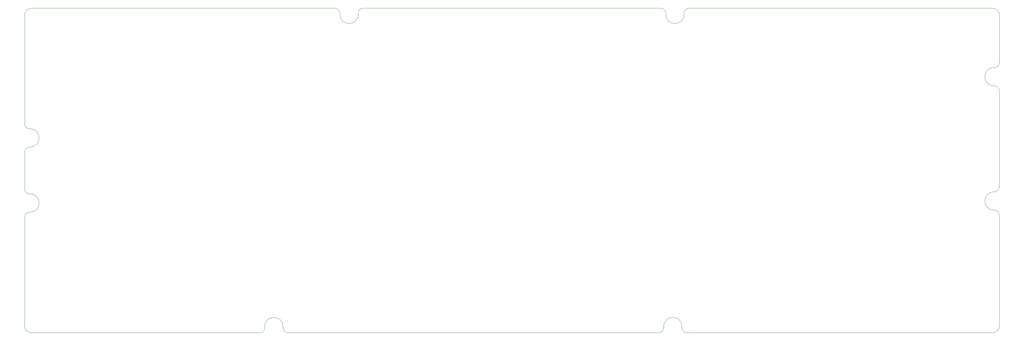
<source format=gbr>
%TF.GenerationSoftware,KiCad,Pcbnew,6.0.0-rc1-unknown-caf406943e~144~ubuntu21.04.1*%
%TF.CreationDate,2021-12-13T18:45:12+01:00*%
%TF.ProjectId,pcb-solder,7063622d-736f-46c6-9465-722e6b696361,1.0*%
%TF.SameCoordinates,Original*%
%TF.FileFunction,Profile,NP*%
%FSLAX46Y46*%
G04 Gerber Fmt 4.6, Leading zero omitted, Abs format (unit mm)*
G04 Created by KiCad (PCBNEW 6.0.0-rc1-unknown-caf406943e~144~ubuntu21.04.1) date 2021-12-13 18:45:12*
%MOMM*%
%LPD*%
G01*
G04 APERTURE LIST*
%TA.AperFunction,Profile*%
%ADD10C,0.100000*%
%TD*%
G04 APERTURE END LIST*
D10*
X356903000Y-108769751D02*
G75*
G03*
X358403004Y-107269753I3J1500001D01*
G01*
X143631000Y-184888750D02*
X143631000Y-184538750D01*
X150431001Y-186388750D02*
X258772000Y-186388750D01*
X74903000Y-132013750D02*
X75003000Y-132013750D01*
X260877999Y-93238750D02*
G75*
G03*
X266178001Y-93238750I2650001J0D01*
G01*
X265572000Y-184888750D02*
G75*
G03*
X267071998Y-186388752I1500000J-2D01*
G01*
X73403000Y-184388750D02*
G75*
G03*
X75402999Y-186388751I2000000J-1D01*
G01*
X260272000Y-184888750D02*
X260272000Y-184538750D01*
X358403000Y-115569750D02*
G75*
G03*
X356903002Y-114069748I-1500000J2D01*
G01*
X358403000Y-107269750D02*
X358403000Y-93388750D01*
X358403000Y-184388750D02*
X358403000Y-151957750D01*
X356903000Y-150457750D02*
X356803000Y-150457750D01*
X265572000Y-184888750D02*
X265572000Y-184538750D01*
X356803000Y-108769750D02*
G75*
G03*
X356803000Y-114069750I0J-2650000D01*
G01*
X148931001Y-184538750D02*
G75*
G03*
X143630999Y-184538750I-2650001J0D01*
G01*
X259378000Y-91388750D02*
X172428000Y-91388750D01*
X73403000Y-133513750D02*
X73403000Y-144263750D01*
X165628000Y-92888750D02*
X165628000Y-93238750D01*
X164128000Y-91388750D02*
X75403000Y-91388750D01*
X74903000Y-151063749D02*
G75*
G03*
X73402996Y-152563747I-3J-1500001D01*
G01*
X148931001Y-184888750D02*
G75*
G03*
X150430999Y-186388752I1500000J-2D01*
G01*
X260878000Y-92888750D02*
X260878000Y-93238750D01*
X73403000Y-125213750D02*
G75*
G03*
X74902998Y-126713752I1500000J-2D01*
G01*
X165628000Y-93238750D02*
G75*
G03*
X170928000Y-93238750I2650000J0D01*
G01*
X75403000Y-186388750D02*
X142131000Y-186388750D01*
X258772000Y-186388750D02*
G75*
G03*
X260272002Y-184888752I2J1500000D01*
G01*
X148931001Y-184888750D02*
X148931001Y-184538750D01*
X266178000Y-92888750D02*
X266178000Y-93238750D01*
X356803000Y-145157750D02*
G75*
G03*
X356803000Y-150457750I0J-2650000D01*
G01*
X75003000Y-132013750D02*
G75*
G03*
X75003000Y-126713750I0J2650000D01*
G01*
X74903000Y-126713750D02*
X75003000Y-126713750D01*
X358403000Y-151957750D02*
G75*
G03*
X356903002Y-150457748I-1500000J2D01*
G01*
X356903000Y-145157750D02*
G75*
G03*
X358403002Y-143657752I2J1500000D01*
G01*
X172428000Y-91388751D02*
G75*
G03*
X170928000Y-92888749I-1J-1499999D01*
G01*
X74903000Y-145763750D02*
X75003000Y-145763750D01*
X356903000Y-145157750D02*
X356803000Y-145157750D01*
X356403000Y-186388750D02*
G75*
G03*
X358403001Y-184388751I1J2000000D01*
G01*
X267072000Y-186388750D02*
X356403000Y-186388750D01*
X358403000Y-143657750D02*
X358403000Y-115569750D01*
X358403000Y-93388750D02*
G75*
G03*
X356403001Y-91388749I-2000000J1D01*
G01*
X356403000Y-91388750D02*
X267678000Y-91388750D01*
X74903000Y-151063750D02*
X75003000Y-151063750D01*
X74903000Y-132013750D02*
G75*
G03*
X73402998Y-133513748I-2J-1500000D01*
G01*
X170928000Y-92888750D02*
X170928000Y-93238750D01*
X260877999Y-92888750D02*
G75*
G03*
X259378001Y-91388750I-1499999J1D01*
G01*
X356903000Y-108769750D02*
X356803000Y-108769750D01*
X75003000Y-151063750D02*
G75*
G03*
X75003000Y-145763750I0J2650000D01*
G01*
X75403000Y-91388750D02*
G75*
G03*
X73402999Y-93388749I-1J-2000000D01*
G01*
X267678000Y-91388750D02*
G75*
G03*
X266177998Y-92888748I-2J-1500000D01*
G01*
X165628000Y-92888750D02*
G75*
G03*
X164128002Y-91388748I-1500000J2D01*
G01*
X73403000Y-93388750D02*
X73403000Y-125213750D01*
X73403000Y-144263750D02*
G75*
G03*
X74902998Y-145763752I1500000J-2D01*
G01*
X142131000Y-186388750D02*
G75*
G03*
X143631002Y-184888752I2J1500000D01*
G01*
X356903000Y-114069750D02*
X356803000Y-114069750D01*
X265572000Y-184538750D02*
G75*
G03*
X260272000Y-184538750I-2650000J0D01*
G01*
X73403000Y-152563750D02*
X73403000Y-184388750D01*
M02*

</source>
